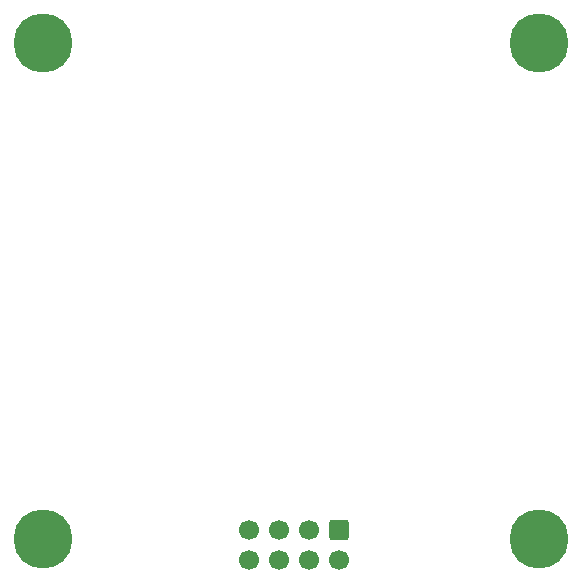
<source format=gbr>
%TF.GenerationSoftware,KiCad,Pcbnew,9.0.6*%
%TF.CreationDate,2026-02-10T22:22:55-08:00*%
%TF.ProjectId,LegEncoderBoard,4c656745-6e63-46f6-9465-72426f617264,rev?*%
%TF.SameCoordinates,Original*%
%TF.FileFunction,Soldermask,Bot*%
%TF.FilePolarity,Negative*%
%FSLAX46Y46*%
G04 Gerber Fmt 4.6, Leading zero omitted, Abs format (unit mm)*
G04 Created by KiCad (PCBNEW 9.0.6) date 2026-02-10 22:22:55*
%MOMM*%
%LPD*%
G01*
G04 APERTURE LIST*
G04 Aperture macros list*
%AMRoundRect*
0 Rectangle with rounded corners*
0 $1 Rounding radius*
0 $2 $3 $4 $5 $6 $7 $8 $9 X,Y pos of 4 corners*
0 Add a 4 corners polygon primitive as box body*
4,1,4,$2,$3,$4,$5,$6,$7,$8,$9,$2,$3,0*
0 Add four circle primitives for the rounded corners*
1,1,$1+$1,$2,$3*
1,1,$1+$1,$4,$5*
1,1,$1+$1,$6,$7*
1,1,$1+$1,$8,$9*
0 Add four rect primitives between the rounded corners*
20,1,$1+$1,$2,$3,$4,$5,0*
20,1,$1+$1,$4,$5,$6,$7,0*
20,1,$1+$1,$6,$7,$8,$9,0*
20,1,$1+$1,$8,$9,$2,$3,0*%
G04 Aperture macros list end*
%ADD10C,5.000000*%
%ADD11RoundRect,0.250000X-0.600000X0.600000X-0.600000X-0.600000X0.600000X-0.600000X0.600000X0.600000X0*%
%ADD12C,1.700000*%
G04 APERTURE END LIST*
D10*
%TO.C,H2*%
X168083100Y-83858200D03*
%TD*%
%TO.C,H1*%
X126083100Y-83858200D03*
%TD*%
D11*
%TO.C,J1*%
X151100000Y-125105700D03*
D12*
X151100000Y-127645700D03*
X148560000Y-125105700D03*
X148560000Y-127645700D03*
X146020000Y-125105700D03*
X146020000Y-127645700D03*
X143480000Y-125105700D03*
X143480000Y-127645700D03*
%TD*%
D10*
%TO.C,H4*%
X168083100Y-125858200D03*
%TD*%
%TO.C,H3*%
X126083100Y-125858200D03*
%TD*%
M02*

</source>
